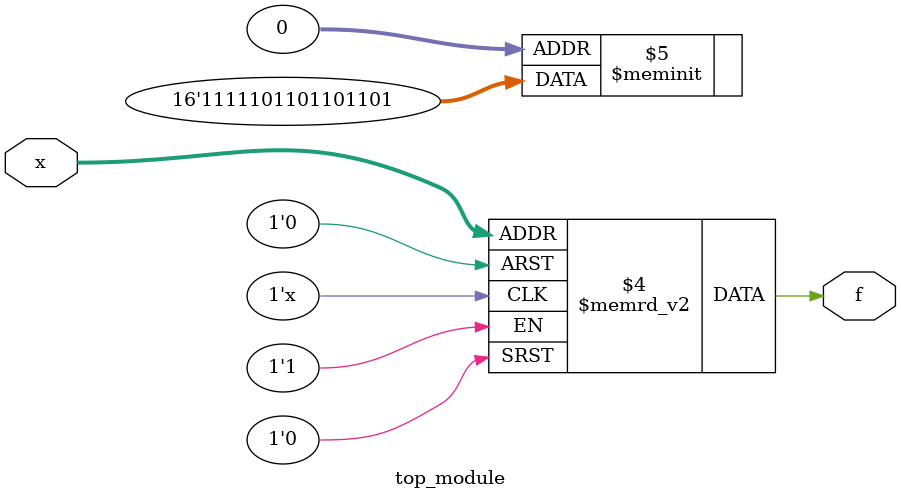
<source format=sv>
module top_module (
    input [4:1] x,
    output logic f
);

    always @(*) begin
        case (x)
            4'b0000: f = 1'b1;  // d but choose to output 1
            4'b0001: f = 1'b0;
            4'b0010: f = 1'b1;  // d but choose to output 1
            4'b0011: f = 1'b1;  // d but choose to output 1
            4'b0100: f = 1'b0;
            4'b0101: f = 1'b1;  // d but choose to output 1
            4'b0110: f = 1'b1;
            4'b0111: f = 1'b0;
            4'b1000: f = 1'b1;
            4'b1001: f = 1'b1;
            4'b1010: f = 1'b0;
            4'b1011: f = 1'b1;  // d but choose to output 1
            4'b1100: f = 1'b1;
            4'b1101: f = 1'b1;
            4'b1110: f = 1'b1;  // d but choose to output 1
            4'b1111: f = 1'b1;  // d but choose to output 1
            default: f = 1'b0;
        endcase
    end

endmodule

</source>
